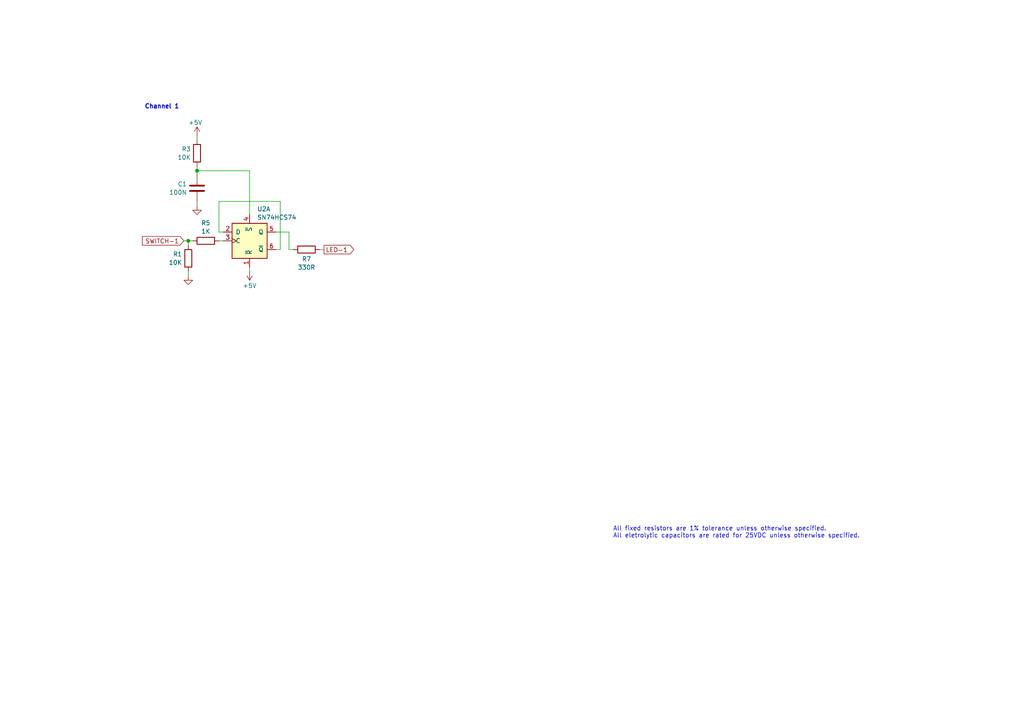
<source format=kicad_sch>
(kicad_sch (version 20230121) (generator eeschema)

  (uuid 4fe3cd02-8864-4b3e-a1a0-2dfa4d191ca2)

  (paper "A4")

  (title_block
    (title "Switches - Channels 1 & 2")
    (date "2023-10-19")
    (rev "1.0")
    (company "Len Popp")
    (comment 1 "Copyright © 2023 Len Popp CC BY")
    (comment 2 "Eurorack muting module module - 8HP")
  )

  (lib_symbols
    (symbol "-lmp-IC-misc:SN74HCS74" (pin_names (offset 1.016)) (in_bom yes) (on_board yes)
      (property "Reference" "U" (at -7.62 8.89 0)
        (effects (font (size 1.27 1.27)))
      )
      (property "Value" "SN74HCS74" (at -7.62 -8.89 0)
        (effects (font (size 1.27 1.27)))
      )
      (property "Footprint" "Package_SO:SOIC-14_3.9x8.7mm_P1.27mm" (at 0 0 0)
        (effects (font (size 1.27 1.27)) hide)
      )
      (property "Datasheet" "https://www.ti.com/lit/ds/symlink/sn74hcs74.pdf" (at 0 0 0)
        (effects (font (size 1.27 1.27)) hide)
      )
      (property "Manufacturer" "Texas Instruments" (at 0 0 0)
        (effects (font (size 1.27 1.27)) hide)
      )
      (property "ManufacturerPartNum" "SN74HCS74DR" (at 0 0 0)
        (effects (font (size 1.27 1.27)) hide)
      )
      (property "Distributor" "Mouser" (at 0 0 0)
        (effects (font (size 1.27 1.27)) hide)
      )
      (property "DistributorPartNum" "595-SN74HCS74DR" (at 0 0 0)
        (effects (font (size 1.27 1.27)) hide)
      )
      (property "DistributorPartLink" "https://www.mouser.ca/ProductDetail/Texas-Instruments/SN74HCS74DR?qs=TiOZkKH1s2QvGxo75w4r5Q%3D%3D" (at 0 0 0)
        (effects (font (size 1.27 1.27)) hide)
      )
      (property "ki_locked" "" (at 0 0 0)
        (effects (font (size 1.27 1.27)))
      )
      (property "ki_keywords" "CMOS D flip-flop schmitt" (at 0 0 0)
        (effects (font (size 1.27 1.27)) hide)
      )
      (property "ki_description" "CMOS Dual D Flip-flop, Set & Reset, Positive-edge Triggered, Schmitt-trigger Input" (at 0 0 0)
        (effects (font (size 1.27 1.27)) hide)
      )
      (property "ki_fp_filters" "Breakout*DIP*14*W15.24mm* SOIC*14*3.9*8.7*P1.27*" (at 0 0 0)
        (effects (font (size 1.27 1.27)) hide)
      )
      (symbol "SN74HCS74_1_0"
        (pin input line (at 0 -7.62 90) (length 2.54)
          (name "~{R}" (effects (font (size 1.27 1.27))))
          (number "1" (effects (font (size 1.27 1.27))))
        )
        (pin input line (at -7.62 2.54 0) (length 2.54)
          (name "D" (effects (font (size 1.27 1.27))))
          (number "2" (effects (font (size 1.27 1.27))))
        )
        (pin input clock (at -7.62 0 0) (length 2.54)
          (name "C" (effects (font (size 1.27 1.27))))
          (number "3" (effects (font (size 1.27 1.27))))
        )
        (pin input line (at 0 7.62 270) (length 2.54)
          (name "~{S}" (effects (font (size 1.27 1.27))))
          (number "4" (effects (font (size 1.27 1.27))))
        )
        (pin output line (at 7.62 2.54 180) (length 2.54)
          (name "Q" (effects (font (size 1.27 1.27))))
          (number "5" (effects (font (size 1.27 1.27))))
        )
        (pin output line (at 7.62 -2.54 180) (length 2.54)
          (name "~{Q}" (effects (font (size 1.27 1.27))))
          (number "6" (effects (font (size 1.27 1.27))))
        )
      )
      (symbol "SN74HCS74_1_1"
        (rectangle (start -5.08 5.08) (end 5.08 -5.08)
          (stroke (width 0.254) (type default))
          (fill (type background))
        )
      )
      (symbol "SN74HCS74_2_0"
        (pin input line (at 0 7.62 270) (length 2.54)
          (name "~{S}" (effects (font (size 1.27 1.27))))
          (number "10" (effects (font (size 1.27 1.27))))
        )
        (pin input clock (at -7.62 0 0) (length 2.54)
          (name "C" (effects (font (size 1.27 1.27))))
          (number "11" (effects (font (size 1.27 1.27))))
        )
        (pin input line (at -7.62 2.54 0) (length 2.54)
          (name "D" (effects (font (size 1.27 1.27))))
          (number "12" (effects (font (size 1.27 1.27))))
        )
        (pin input line (at 0 -7.62 90) (length 2.54)
          (name "~{R}" (effects (font (size 1.27 1.27))))
          (number "13" (effects (font (size 1.27 1.27))))
        )
        (pin output line (at 7.62 -2.54 180) (length 2.54)
          (name "~{Q}" (effects (font (size 1.27 1.27))))
          (number "8" (effects (font (size 1.27 1.27))))
        )
        (pin output line (at 7.62 2.54 180) (length 2.54)
          (name "Q" (effects (font (size 1.27 1.27))))
          (number "9" (effects (font (size 1.27 1.27))))
        )
      )
      (symbol "SN74HCS74_2_1"
        (rectangle (start -5.08 5.08) (end 5.08 -5.08)
          (stroke (width 0.254) (type default))
          (fill (type background))
        )
      )
      (symbol "SN74HCS74_3_1"
        (pin power_in line (at 0 7.62 270) (length 2.54)
          (name "VDD" (effects (font (size 1.27 1.27))))
          (number "14" (effects (font (size 1.27 1.27))))
        )
        (pin power_in line (at 0 -7.62 90) (length 2.54)
          (name "VSS" (effects (font (size 1.27 1.27))))
          (number "7" (effects (font (size 1.27 1.27))))
        )
      )
    )
    (symbol "-lmp-power:+5V" (power) (pin_names (offset 0)) (in_bom yes) (on_board yes)
      (property "Reference" "#PWR" (at 0 -3.81 0)
        (effects (font (size 1.27 1.27)) hide)
      )
      (property "Value" "+5V" (at 0 3.556 0)
        (effects (font (size 1.27 1.27)))
      )
      (property "Footprint" "" (at 0 0 0)
        (effects (font (size 1.27 1.27)) hide)
      )
      (property "Datasheet" "" (at 0 0 0)
        (effects (font (size 1.27 1.27)) hide)
      )
      (property "ki_keywords" "power-flag" (at 0 0 0)
        (effects (font (size 1.27 1.27)) hide)
      )
      (property "ki_description" "Power symbol creates a global label with name \"+5V\"" (at 0 0 0)
        (effects (font (size 1.27 1.27)) hide)
      )
      (symbol "+5V_0_1"
        (polyline
          (pts
            (xy -0.762 1.27)
            (xy 0 2.54)
          )
          (stroke (width 0) (type default))
          (fill (type none))
        )
        (polyline
          (pts
            (xy 0 0)
            (xy 0 2.54)
          )
          (stroke (width 0) (type default))
          (fill (type none))
        )
        (polyline
          (pts
            (xy 0 2.54)
            (xy 0.762 1.27)
          )
          (stroke (width 0) (type default))
          (fill (type none))
        )
      )
      (symbol "+5V_1_1"
        (pin power_in line (at 0 0 90) (length 0) hide
          (name "+5V" (effects (font (size 1.27 1.27))))
          (number "1" (effects (font (size 1.27 1.27))))
        )
      )
    )
    (symbol "-lmp-synth:R_1K_Output" (pin_numbers hide) (pin_names (offset 0)) (in_bom yes) (on_board yes)
      (property "Reference" "R" (at -2.286 0 90)
        (effects (font (size 1.27 1.27)))
      )
      (property "Value" "R_1K_Output" (at 2.413 0 90)
        (effects (font (size 1.27 1.27)))
      )
      (property "Footprint" "-lmp-misc:R_Axial_DIN0207_L6.3mm_D2.5mm_P10.16mm_Horizontal" (at -1.778 0 90)
        (effects (font (size 1.27 1.27)) hide)
      )
      (property "Datasheet" "https://www.mouser.ca/datasheet/2/427/ccf07-1762725.pdf" (at 0 0 0)
        (effects (font (size 1.27 1.27)) hide)
      )
      (property "Value2" "5%, 1/4 W" (at 4.445 0 90)
        (effects (font (size 1.27 1.27)))
      )
      (property "Note" "Output limiting" (at -1.905 -1.905 90)
        (effects (font (size 1.27 1.27)) hide)
      )
      (property "Manufacturer" "Vishay / Dale" (at 0 0 0)
        (effects (font (size 1.27 1.27)) hide)
      )
      (property "ManufacturerPartNum" "CCF071K00JKE36" (at 0 0 0)
        (effects (font (size 1.27 1.27)) hide)
      )
      (property "Distributor" "Mouser" (at -1.905 0 90)
        (effects (font (size 1.27 1.27)) hide)
      )
      (property "DistributorPartNum" "71-CCF071K00JKE36" (at 0 0 0)
        (effects (font (size 1.27 1.27)) hide)
      )
      (property "DistributorPartLink" "https://www.mouser.ca/ProductDetail/Vishay-Dale/CCF071K00JKE36?qs=sGAEpiMZZMsPqMdJzcrNwqw41JD0NFylHV1MADcQnpo%3D" (at 0 0 0)
        (effects (font (size 1.27 1.27)) hide)
      )
      (property "ki_keywords" "R res resistor" (at 0 0 0)
        (effects (font (size 1.27 1.27)) hide)
      )
      (property "ki_description" "Resistor" (at 0 0 0)
        (effects (font (size 1.27 1.27)) hide)
      )
      (property "ki_fp_filters" "R_*" (at 0 0 0)
        (effects (font (size 1.27 1.27)) hide)
      )
      (symbol "R_1K_Output_0_1"
        (rectangle (start -1.016 -2.54) (end 1.016 2.54)
          (stroke (width 0.254) (type default))
          (fill (type none))
        )
      )
      (symbol "R_1K_Output_1_1"
        (pin passive line (at 0 3.81 270) (length 1.27)
          (name "~" (effects (font (size 1.27 1.27))))
          (number "1" (effects (font (size 1.27 1.27))))
        )
        (pin passive line (at 0 -3.81 90) (length 1.27)
          (name "~" (effects (font (size 1.27 1.27))))
          (number "2" (effects (font (size 1.27 1.27))))
        )
      )
    )
    (symbol "-lmp:CC_100N" (pin_numbers hide) (pin_names (offset 0.254)) (in_bom yes) (on_board yes)
      (property "Reference" "C" (at 0.635 2.54 0)
        (effects (font (size 1.27 1.27)) (justify left))
      )
      (property "Value" "CC_100N" (at 0.635 -2.54 0)
        (effects (font (size 1.27 1.27)) (justify left))
      )
      (property "Footprint" "-lmp-misc:C_Disc_D5.0mm_W2.5mm_P2.50mm" (at 0.9652 -3.81 0)
        (effects (font (size 1.27 1.27)) hide)
      )
      (property "Datasheet" "https://product.tdk.com/system/files/dam/doc/product/capacitor/ceramic/lead-mlcc/catalog/leadmlcc_halogenfree_fg_en.pdf" (at -0.635 -3.81 0)
        (effects (font (size 1.27 1.27)) hide)
      )
      (property "Note" "IC decoupling" (at 0.635 -5.08 0)
        (effects (font (size 1.27 1.27)) (justify left) hide)
      )
      (property "Manufacturer" "TDK" (at 0 0 0)
        (effects (font (size 1.27 1.27)) hide)
      )
      (property "ManufacturerPartNum" "FG18X7R1H104KNT06" (at 0 0 0)
        (effects (font (size 1.27 1.27)) hide)
      )
      (property "Distributor" "Mouser" (at 0 0 0)
        (effects (font (size 1.27 1.27)) hide)
      )
      (property "DistributorPartNum" "810-FG18X7R1H104KNT6" (at 0 0 0)
        (effects (font (size 1.27 1.27)) hide)
      )
      (property "DistributorPartLink" "https://www.mouser.ca/ProductDetail/810-FG18X7R1H104KNT6" (at 0 0 0)
        (effects (font (size 1.27 1.27)) hide)
      )
      (property "ki_keywords" "cap capacitor ceramic" (at 0 0 0)
        (effects (font (size 1.27 1.27)) hide)
      )
      (property "ki_description" "Capacitor - Ceramic - IC decoupling" (at 0 0 0)
        (effects (font (size 1.27 1.27)) hide)
      )
      (property "ki_fp_filters" "C_*" (at 0 0 0)
        (effects (font (size 1.27 1.27)) hide)
      )
      (symbol "CC_100N_0_1"
        (polyline
          (pts
            (xy -2.032 -0.762)
            (xy 2.032 -0.762)
          )
          (stroke (width 0.508) (type default))
          (fill (type none))
        )
        (polyline
          (pts
            (xy -2.032 0.762)
            (xy 2.032 0.762)
          )
          (stroke (width 0.508) (type default))
          (fill (type none))
        )
      )
      (symbol "CC_100N_1_1"
        (pin passive line (at 0 3.81 270) (length 2.794)
          (name "~" (effects (font (size 1.27 1.27))))
          (number "1" (effects (font (size 1.27 1.27))))
        )
        (pin passive line (at 0 -3.81 90) (length 2.794)
          (name "~" (effects (font (size 1.27 1.27))))
          (number "2" (effects (font (size 1.27 1.27))))
        )
      )
    )
    (symbol "-lmp:R_1%_0W166" (pin_numbers hide) (pin_names (offset 0)) (in_bom yes) (on_board yes)
      (property "Reference" "R" (at -2.286 0 90)
        (effects (font (size 1.27 1.27)))
      )
      (property "Value" "R_1%_0W166" (at 2.413 0 90)
        (effects (font (size 1.27 1.27)))
      )
      (property "Footprint" "-lmp-misc:R_Axial_DIN0207_L6.3mm_D2.5mm_P7.62mm_Horizontal" (at -1.778 0 90)
        (effects (font (size 1.27 1.27)) hide)
      )
      (property "Datasheet" "https://www.mouser.ca/datasheet/2/447/Yageo_LR_MFR_1-1714151.pdf" (at 0 0 0)
        (effects (font (size 1.27 1.27)) hide)
      )
      (property "Manufacturer" "YAGEO" (at 0 0 0)
        (effects (font (size 1.27 1.27)) hide)
      )
      (property "ManufacturerPartNum" "MFR-12*" (at 0 0 0)
        (effects (font (size 1.27 1.27)) hide)
      )
      (property "Distributor" "Mouser" (at 0 0 0)
        (effects (font (size 1.27 1.27)) hide)
      )
      (property "DistributorPartNum" "603-MFR-12*" (at 0 0 0)
        (effects (font (size 1.27 1.27)) hide)
      )
      (property "DistributorPartLink" "https://www.mouser.ca/c/?m=YAGEO&power+rating=166+mW+(1%2f6+W)&tolerance=1+%25&instock=y" (at 0 0 0)
        (effects (font (size 1.27 1.27)) hide)
      )
      (property "Value2" "1%, 1/6 W" (at 4.953 0 90)
        (effects (font (size 1.27 1.27)) hide)
      )
      (property "ki_keywords" "R res resistor" (at 0 0 0)
        (effects (font (size 1.27 1.27)) hide)
      )
      (property "ki_description" "Resistor" (at 0 0 0)
        (effects (font (size 1.27 1.27)) hide)
      )
      (property "ki_fp_filters" "R_*" (at 0 0 0)
        (effects (font (size 1.27 1.27)) hide)
      )
      (symbol "R_1%_0W166_0_1"
        (rectangle (start -1.016 -2.54) (end 1.016 2.54)
          (stroke (width 0.254) (type default))
          (fill (type none))
        )
      )
      (symbol "R_1%_0W166_1_1"
        (pin passive line (at 0 3.81 270) (length 1.27)
          (name "~" (effects (font (size 1.27 1.27))))
          (number "1" (effects (font (size 1.27 1.27))))
        )
        (pin passive line (at 0 -3.81 90) (length 1.27)
          (name "~" (effects (font (size 1.27 1.27))))
          (number "2" (effects (font (size 1.27 1.27))))
        )
      )
    )
    (symbol "GND_1" (power) (pin_numbers hide) (pin_names (offset 0) hide) (in_bom yes) (on_board yes)
      (property "Reference" "#PWR" (at 0 -6.35 0)
        (effects (font (size 1.27 1.27)) hide)
      )
      (property "Value" "GND_1" (at 0 -3.81 0)
        (effects (font (size 1.27 1.27)) hide)
      )
      (property "Footprint" "" (at 0 0 0)
        (effects (font (size 1.27 1.27)) hide)
      )
      (property "Datasheet" "" (at 0 0 0)
        (effects (font (size 1.27 1.27)) hide)
      )
      (property "ki_keywords" "power-flag" (at 0 0 0)
        (effects (font (size 1.27 1.27)) hide)
      )
      (property "ki_description" "Power symbol creates a global label with name \"GND\" , ground" (at 0 0 0)
        (effects (font (size 1.27 1.27)) hide)
      )
      (symbol "GND_1_0_1"
        (polyline
          (pts
            (xy 0 0)
            (xy 0 -1.27)
            (xy 1.27 -1.27)
            (xy 0 -2.54)
            (xy -1.27 -1.27)
            (xy 0 -1.27)
          )
          (stroke (width 0) (type default))
          (fill (type none))
        )
      )
      (symbol "GND_1_1_1"
        (pin power_in line (at 0 0 270) (length 0) hide
          (name "GND" (effects (font (size 1.27 1.27))))
          (number "1" (effects (font (size 1.27 1.27))))
        )
      )
    )
    (symbol "GND_2" (power) (pin_numbers hide) (pin_names (offset 0) hide) (in_bom yes) (on_board yes)
      (property "Reference" "#PWR" (at 0 -6.35 0)
        (effects (font (size 1.27 1.27)) hide)
      )
      (property "Value" "GND_2" (at 0 -3.81 0)
        (effects (font (size 1.27 1.27)) hide)
      )
      (property "Footprint" "" (at 0 0 0)
        (effects (font (size 1.27 1.27)) hide)
      )
      (property "Datasheet" "" (at 0 0 0)
        (effects (font (size 1.27 1.27)) hide)
      )
      (property "ki_keywords" "power-flag" (at 0 0 0)
        (effects (font (size 1.27 1.27)) hide)
      )
      (property "ki_description" "Power symbol creates a global label with name \"GND\" , ground" (at 0 0 0)
        (effects (font (size 1.27 1.27)) hide)
      )
      (symbol "GND_2_0_1"
        (polyline
          (pts
            (xy 0 0)
            (xy 0 -1.27)
            (xy 1.27 -1.27)
            (xy 0 -2.54)
            (xy -1.27 -1.27)
            (xy 0 -1.27)
          )
          (stroke (width 0) (type default))
          (fill (type none))
        )
      )
      (symbol "GND_2_1_1"
        (pin power_in line (at 0 0 270) (length 0) hide
          (name "GND" (effects (font (size 1.27 1.27))))
          (number "1" (effects (font (size 1.27 1.27))))
        )
      )
    )
  )

  (junction (at 57.15 49.53) (diameter 0) (color 0 0 0 0)
    (uuid 0d596d5a-2a68-4d63-99f0-1ae2218eaa8f)
  )
  (junction (at 54.61 69.85) (diameter 0) (color 0 0 0 0)
    (uuid ca435dca-eaf2-42eb-aeac-e5019a729075)
  )

  (wire (pts (xy 53.34 69.85) (xy 54.61 69.85))
    (stroke (width 0) (type default))
    (uuid 007d90f7-39ab-4698-b232-53773952ce93)
  )
  (wire (pts (xy 72.39 49.53) (xy 72.39 62.23))
    (stroke (width 0) (type default))
    (uuid 29c5f630-1bf8-4475-84cb-5346dd58e33d)
  )
  (wire (pts (xy 72.39 77.47) (xy 72.39 78.74))
    (stroke (width 0) (type default))
    (uuid 3883cff1-1d19-49bd-9d98-aea7a098655c)
  )
  (wire (pts (xy 54.61 78.74) (xy 54.61 80.01))
    (stroke (width 0) (type default))
    (uuid 4dd646a9-a47b-49d8-bf0d-b8f622e6f0c3)
  )
  (wire (pts (xy 80.01 67.31) (xy 83.82 67.31))
    (stroke (width 0) (type default))
    (uuid 54107e4a-258c-4afd-bd4e-debb748d4405)
  )
  (wire (pts (xy 83.82 67.31) (xy 83.82 72.39))
    (stroke (width 0) (type default))
    (uuid 5434d771-2c08-44e1-b4ae-2f8ab4ff0f87)
  )
  (wire (pts (xy 57.15 39.37) (xy 57.15 40.64))
    (stroke (width 0) (type default))
    (uuid 5ad04ac0-17b6-4637-b384-84e58a3d5e7c)
  )
  (wire (pts (xy 63.5 69.85) (xy 64.77 69.85))
    (stroke (width 0) (type default))
    (uuid 66dad763-de7c-4f2a-a0e1-5ed56620949c)
  )
  (wire (pts (xy 63.5 67.31) (xy 64.77 67.31))
    (stroke (width 0) (type default))
    (uuid 6cbd3a7f-2063-4e51-8173-706712807d81)
  )
  (wire (pts (xy 54.61 69.85) (xy 54.61 71.12))
    (stroke (width 0) (type default))
    (uuid 7ab7d69d-06dc-415f-8f47-9e27fc85e7c3)
  )
  (wire (pts (xy 92.71 72.39) (xy 93.98 72.39))
    (stroke (width 0) (type default))
    (uuid 7ee6e217-67d6-4aa8-8ea1-1a834d4441f2)
  )
  (wire (pts (xy 80.01 72.39) (xy 81.28 72.39))
    (stroke (width 0) (type default))
    (uuid 8555b401-be8d-497c-b861-09c1c1864856)
  )
  (wire (pts (xy 57.15 48.26) (xy 57.15 49.53))
    (stroke (width 0) (type default))
    (uuid 961cef18-eecf-43ee-abe7-c84a83000832)
  )
  (wire (pts (xy 81.28 58.42) (xy 63.5 58.42))
    (stroke (width 0) (type default))
    (uuid 998cafe0-aa98-4fbc-8616-8e12ba083593)
  )
  (wire (pts (xy 57.15 58.42) (xy 57.15 59.69))
    (stroke (width 0) (type default))
    (uuid 9c299b61-ae07-4a78-8016-b7a9c387b68a)
  )
  (wire (pts (xy 57.15 49.53) (xy 57.15 50.8))
    (stroke (width 0) (type default))
    (uuid ad963b1b-3ed8-478a-a70a-bd50ce2526b8)
  )
  (wire (pts (xy 81.28 72.39) (xy 81.28 58.42))
    (stroke (width 0) (type default))
    (uuid c0b70f16-192e-4384-90b1-3e39fb57bf86)
  )
  (wire (pts (xy 57.15 49.53) (xy 72.39 49.53))
    (stroke (width 0) (type default))
    (uuid c4573e5a-6719-472e-9d1b-975474e0cb92)
  )
  (wire (pts (xy 54.61 69.85) (xy 55.88 69.85))
    (stroke (width 0) (type default))
    (uuid d71d3374-b3f0-4289-80eb-3e14cd0dce1f)
  )
  (wire (pts (xy 83.82 72.39) (xy 85.09 72.39))
    (stroke (width 0) (type default))
    (uuid ef2dabd6-f892-46b4-b017-6d2341f7125a)
  )
  (wire (pts (xy 63.5 58.42) (xy 63.5 67.31))
    (stroke (width 0) (type default))
    (uuid fdc5911d-59c5-4222-8dfc-4dfb9c005fa2)
  )

  (text "All fixed resistors are 1% tolerance unless otherwise specified.\nAll eletrolytic capacitors are rated for 25VDC unless otherwise specified."
    (at 177.8 156.21 0)
    (effects (font (size 1.27 1.27)) (justify left bottom))
    (uuid 160cb44e-5e81-454b-9642-f95193231b95)
  )
  (text "Channels 3 & 4" (at 304.8 21.59 0)
    (effects (font (size 2.54 2.54) (thickness 0.508) bold) (justify left bottom))
    (uuid 480975f7-021b-467b-8f8e-ae43ef90ca1a)
  )
  (text "Channel 1" (at 41.91 31.75 0)
    (effects (font (size 1.27 1.27) (thickness 0.254) bold) (justify left bottom))
    (uuid dd08cf63-80f1-4a88-b3ea-950c9bf1164b)
  )
  (text "Front Panel & Power" (at 304.8 64.77 0)
    (effects (font (size 2.54 2.54) (thickness 0.508) bold) (justify left bottom))
    (uuid e15d097a-4761-479a-be84-b8e07d19b4c7)
  )

  (global_label "SWITCH-1" (shape input) (at 53.34 69.85 180) (fields_autoplaced)
    (effects (font (size 1.27 1.27)) (justify right))
    (uuid 0179371b-b7a1-4679-b3bc-5e97cb127372)
    (property "Intersheetrefs" "${INTERSHEET_REFS}" (at 41.3933 69.85 0)
      (effects (font (size 1.27 1.27)) (justify right) hide)
    )
  )
  (global_label "LED-1" (shape output) (at 93.98 72.39 0) (fields_autoplaced)
    (effects (font (size 1.27 1.27)) (justify left))
    (uuid 8c1f2894-fd63-40e9-afee-58b4caeef21b)
    (property "Intersheetrefs" "${INTERSHEET_REFS}" (at 102.54 72.39 0)
      (effects (font (size 1.27 1.27)) (justify left) hide)
    )
  )

  (symbol (lib_id "-lmp-synth:R_1K_Output") (at 88.9 72.39 90) (mirror x) (unit 1)
    (in_bom yes) (on_board yes) (dnp no) (fields_autoplaced)
    (uuid 4b6b6553-ab31-44d4-991b-7a1fb601fa78)
    (property "Reference" "R7" (at 88.9 75.1261 90)
      (effects (font (size 1.27 1.27)))
    )
    (property "Value" "330R" (at 88.9 77.5503 90)
      (effects (font (size 1.27 1.27)))
    )
    (property "Footprint" "-lmp-misc:R_Axial_DIN0207_L6.3mm_D2.5mm_P7.62mm_Horizontal" (at 88.9 70.612 90)
      (effects (font (size 1.27 1.27)) hide)
    )
    (property "Datasheet" "https://www.mouser.ca/datasheet/2/427/ccf07-1762725.pdf" (at 88.9 72.39 0)
      (effects (font (size 1.27 1.27)) hide)
    )
    (property "Value2" "5%, 1/4 W" (at 88.9 75.1261 90)
      (effects (font (size 1.27 1.27)) hide)
    )
    (property "Manufacturer" "YAGEO" (at 88.9 72.39 0)
      (effects (font (size 1.27 1.27)) hide)
    )
    (property "ManufacturerPartNum" "MFR-12FTF52-330R" (at 88.9 72.39 0)
      (effects (font (size 1.27 1.27)) hide)
    )
    (property "Distributor" "Mouser" (at 88.9 70.485 90)
      (effects (font (size 1.27 1.27)) hide)
    )
    (property "DistributorPartNum" "603-MFR-12FTF52-330R" (at 88.9 72.39 0)
      (effects (font (size 1.27 1.27)) hide)
    )
    (property "DistributorPartLink" "https://www.mouser.ca/ProductDetail/603-MFR-12FTF52-330R" (at 88.9 72.39 0)
      (effects (font (size 1.27 1.27)) hide)
    )
    (pin "1" (uuid 69b011b5-17f8-4b67-8b36-34be3f101fa4))
    (pin "2" (uuid c2e90722-53f3-4de5-990e-ffc01b817272))
    (instances
      (project "Switches"
        (path "/4fe3cd02-8864-4b3e-a1a0-2dfa4d191ca2"
          (reference "R7") (unit 1)
        )
      )
      (project "prototype"
        (path "/a1a9a0d8-c6de-418f-9a57-bf7f74b6d401"
          (reference "R12") (unit 1)
        )
      )
    )
  )

  (symbol (lib_id "-lmp-power:+5V") (at 72.39 78.74 180) (unit 1)
    (in_bom yes) (on_board yes) (dnp no) (fields_autoplaced)
    (uuid 5242f513-7ca4-46ae-a1e1-4525e5fa8e70)
    (property "Reference" "#PWR07" (at 72.39 74.93 0)
      (effects (font (size 1.27 1.27)) hide)
    )
    (property "Value" "+5V" (at 72.39 82.8731 0)
      (effects (font (size 1.27 1.27)))
    )
    (property "Footprint" "" (at 72.39 78.74 0)
      (effects (font (size 1.27 1.27)) hide)
    )
    (property "Datasheet" "" (at 72.39 78.74 0)
      (effects (font (size 1.27 1.27)) hide)
    )
    (pin "1" (uuid 2020c133-1447-41b4-b5cb-06ef56de7b6e))
    (instances
      (project "Switches"
        (path "/4fe3cd02-8864-4b3e-a1a0-2dfa4d191ca2"
          (reference "#PWR07") (unit 1)
        )
      )
      (project "prototype"
        (path "/a1a9a0d8-c6de-418f-9a57-bf7f74b6d401"
          (reference "#PWR018") (unit 1)
        )
      )
    )
  )

  (symbol (lib_id "-lmp:R_1%_0W166") (at 57.15 44.45 0) (unit 1)
    (in_bom yes) (on_board yes) (dnp no) (fields_autoplaced)
    (uuid 5fd9b721-a005-4ff8-bb76-b8ad073215d9)
    (property "Reference" "R3" (at 55.372 43.2379 0)
      (effects (font (size 1.27 1.27)) (justify right))
    )
    (property "Value" "10K" (at 55.372 45.6621 0)
      (effects (font (size 1.27 1.27)) (justify right))
    )
    (property "Footprint" "-lmp-misc:R_Axial_DIN0207_L6.3mm_D2.5mm_P7.62mm_Horizontal" (at 55.372 44.45 90)
      (effects (font (size 1.27 1.27)) hide)
    )
    (property "Datasheet" "https://www.mouser.ca/datasheet/2/447/Yageo_LR_MFR_1-1714151.pdf" (at 57.15 44.45 0)
      (effects (font (size 1.27 1.27)) hide)
    )
    (property "Manufacturer" "YAGEO" (at 57.15 44.45 0)
      (effects (font (size 1.27 1.27)) hide)
    )
    (property "ManufacturerPartNum" "MFR-12FTF52-10K" (at 57.15 44.45 0)
      (effects (font (size 1.27 1.27)) hide)
    )
    (property "Distributor" "Mouser" (at 57.15 44.45 0)
      (effects (font (size 1.27 1.27)) hide)
    )
    (property "DistributorPartNum" "603-MFR-12FTF52-10K" (at 57.15 44.45 0)
      (effects (font (size 1.27 1.27)) hide)
    )
    (property "DistributorPartLink" "https://www.mouser.ca/ProductDetail/YAGEO/MFR-12FTF52-10K?qs=sGAEpiMZZMsPqMdJzcrNwiweiCzxKzWL%2Fd0Jf4ZDQjA%3D" (at 57.15 44.45 0)
      (effects (font (size 1.27 1.27)) hide)
    )
    (property "Value2" "1%, 1/6 W" (at 62.103 44.45 90)
      (effects (font (size 1.27 1.27)) hide)
    )
    (pin "1" (uuid e4f05cf6-c554-4189-a6dc-1092a52eaa74))
    (pin "2" (uuid f56d6516-6aa7-4c5c-ad1f-6f8eb99d2b6b))
    (instances
      (project "Switches"
        (path "/4fe3cd02-8864-4b3e-a1a0-2dfa4d191ca2"
          (reference "R3") (unit 1)
        )
      )
      (project "prototype"
        (path "/a1a9a0d8-c6de-418f-9a57-bf7f74b6d401"
          (reference "R11") (unit 1)
        )
      )
    )
  )

  (symbol (lib_id "-lmp:R_1%_0W166") (at 59.69 69.85 90) (unit 1)
    (in_bom yes) (on_board yes) (dnp no) (fields_autoplaced)
    (uuid 960dce35-c5ff-49cd-b8fe-06282d4d29d9)
    (property "Reference" "R5" (at 59.69 64.6897 90)
      (effects (font (size 1.27 1.27)))
    )
    (property "Value" "1K" (at 59.69 67.1139 90)
      (effects (font (size 1.27 1.27)))
    )
    (property "Footprint" "-lmp-misc:R_Axial_DIN0207_L6.3mm_D2.5mm_P7.62mm_Horizontal" (at 59.69 71.628 90)
      (effects (font (size 1.27 1.27)) hide)
    )
    (property "Datasheet" "https://www.mouser.ca/datasheet/2/447/Yageo_LR_MFR_1-1714151.pdf" (at 59.69 69.85 0)
      (effects (font (size 1.27 1.27)) hide)
    )
    (property "Manufacturer" "YAGEO" (at 59.69 69.85 0)
      (effects (font (size 1.27 1.27)) hide)
    )
    (property "ManufacturerPartNum" "MFR-12FTF52-1K" (at 59.69 69.85 0)
      (effects (font (size 1.27 1.27)) hide)
    )
    (property "Distributor" "Mouser" (at 59.69 69.85 0)
      (effects (font (size 1.27 1.27)) hide)
    )
    (property "DistributorPartNum" "603-MFR-12FTF52-1K" (at 59.69 69.85 0)
      (effects (font (size 1.27 1.27)) hide)
    )
    (property "DistributorPartLink" "https://www.mouser.ca/ProductDetail/YAGEO/MFR-12FTF52-1K?qs=sGAEpiMZZMsPqMdJzcrNwiweiCzxKzWLdWnxGD01wS0%3D" (at 59.69 69.85 0)
      (effects (font (size 1.27 1.27)) hide)
    )
    (property "Value2" "1%, 1/6 W" (at 59.69 64.897 90)
      (effects (font (size 1.27 1.27)) hide)
    )
    (pin "1" (uuid 69187336-2b49-44a0-b4b6-bcffff6a5133))
    (pin "2" (uuid 96706b19-71cf-49a1-b71f-cbcd610805c6))
    (instances
      (project "Switches"
        (path "/4fe3cd02-8864-4b3e-a1a0-2dfa4d191ca2"
          (reference "R5") (unit 1)
        )
      )
      (project "prototype"
        (path "/a1a9a0d8-c6de-418f-9a57-bf7f74b6d401"
          (reference "R10") (unit 1)
        )
      )
    )
  )

  (symbol (lib_name "GND_1") (lib_id "-lmp-power:GND") (at 57.15 59.69 0) (unit 1)
    (in_bom yes) (on_board yes) (dnp no) (fields_autoplaced)
    (uuid 967153dc-2109-4953-83a6-4206d870acdd)
    (property "Reference" "#PWR04" (at 57.15 66.04 0)
      (effects (font (size 1.27 1.27)) hide)
    )
    (property "Value" "GND" (at 57.15 63.5 0)
      (effects (font (size 1.27 1.27)) hide)
    )
    (property "Footprint" "" (at 57.15 59.69 0)
      (effects (font (size 1.27 1.27)) hide)
    )
    (property "Datasheet" "" (at 57.15 59.69 0)
      (effects (font (size 1.27 1.27)) hide)
    )
    (pin "1" (uuid bb1fac90-e88e-47a6-bd2e-d8d76d78e1e5))
    (instances
      (project "Switches"
        (path "/4fe3cd02-8864-4b3e-a1a0-2dfa4d191ca2"
          (reference "#PWR04") (unit 1)
        )
      )
      (project "prototype"
        (path "/a1a9a0d8-c6de-418f-9a57-bf7f74b6d401"
          (reference "#PWR020") (unit 1)
        )
      )
    )
  )

  (symbol (lib_name "GND_2") (lib_id "-lmp-power:GND") (at 54.61 80.01 0) (unit 1)
    (in_bom yes) (on_board yes) (dnp no) (fields_autoplaced)
    (uuid 9cdd7f4c-5578-4069-b741-710c0eb36751)
    (property "Reference" "#PWR01" (at 54.61 86.36 0)
      (effects (font (size 1.27 1.27)) hide)
    )
    (property "Value" "GND" (at 54.61 83.82 0)
      (effects (font (size 1.27 1.27)) hide)
    )
    (property "Footprint" "" (at 54.61 80.01 0)
      (effects (font (size 1.27 1.27)) hide)
    )
    (property "Datasheet" "" (at 54.61 80.01 0)
      (effects (font (size 1.27 1.27)) hide)
    )
    (pin "1" (uuid faa877f2-30ed-4627-b468-4e0250354a74))
    (instances
      (project "Switches"
        (path "/4fe3cd02-8864-4b3e-a1a0-2dfa4d191ca2"
          (reference "#PWR01") (unit 1)
        )
      )
      (project "prototype"
        (path "/a1a9a0d8-c6de-418f-9a57-bf7f74b6d401"
          (reference "#PWR017") (unit 1)
        )
      )
    )
  )

  (symbol (lib_id "-lmp:R_1%_0W166") (at 54.61 74.93 0) (unit 1)
    (in_bom yes) (on_board yes) (dnp no) (fields_autoplaced)
    (uuid a5189035-949e-45d9-8502-284975ae199b)
    (property "Reference" "R1" (at 52.832 73.7179 0)
      (effects (font (size 1.27 1.27)) (justify right))
    )
    (property "Value" "10K" (at 52.832 76.1421 0)
      (effects (font (size 1.27 1.27)) (justify right))
    )
    (property "Footprint" "-lmp-misc:R_Axial_DIN0207_L6.3mm_D2.5mm_P7.62mm_Horizontal" (at 52.832 74.93 90)
      (effects (font (size 1.27 1.27)) hide)
    )
    (property "Datasheet" "https://www.mouser.ca/datasheet/2/447/Yageo_LR_MFR_1-1714151.pdf" (at 54.61 74.93 0)
      (effects (font (size 1.27 1.27)) hide)
    )
    (property "Manufacturer" "YAGEO" (at 54.61 74.93 0)
      (effects (font (size 1.27 1.27)) hide)
    )
    (property "ManufacturerPartNum" "MFR-12FTF52-10K" (at 54.61 74.93 0)
      (effects (font (size 1.27 1.27)) hide)
    )
    (property "Distributor" "Mouser" (at 54.61 74.93 0)
      (effects (font (size 1.27 1.27)) hide)
    )
    (property "DistributorPartNum" "603-MFR-12FTF52-10K" (at 54.61 74.93 0)
      (effects (font (size 1.27 1.27)) hide)
    )
    (property "DistributorPartLink" "https://www.mouser.ca/ProductDetail/YAGEO/MFR-12FTF52-10K?qs=sGAEpiMZZMsPqMdJzcrNwiweiCzxKzWL%2Fd0Jf4ZDQjA%3D" (at 54.61 74.93 0)
      (effects (font (size 1.27 1.27)) hide)
    )
    (property "Value2" "1%, 1/6 W" (at 59.563 74.93 90)
      (effects (font (size 1.27 1.27)) hide)
    )
    (pin "1" (uuid 21a66a96-f79e-44b6-a25f-004bea6b4836))
    (pin "2" (uuid 89f3af89-45d8-449d-a78b-9e4fa4fb80cc))
    (instances
      (project "Switches"
        (path "/4fe3cd02-8864-4b3e-a1a0-2dfa4d191ca2"
          (reference "R1") (unit 1)
        )
      )
      (project "prototype"
        (path "/a1a9a0d8-c6de-418f-9a57-bf7f74b6d401"
          (reference "R9") (unit 1)
        )
      )
    )
  )

  (symbol (lib_id "-lmp-power:+5V") (at 57.15 39.37 0) (unit 1)
    (in_bom yes) (on_board yes) (dnp no)
    (uuid bc2e61b2-7199-4882-8e07-79ccdc149687)
    (property "Reference" "#PWR03" (at 57.15 43.18 0)
      (effects (font (size 1.27 1.27)) hide)
    )
    (property "Value" "+5V" (at 54.61 35.56 0)
      (effects (font (size 1.27 1.27)) (justify left))
    )
    (property "Footprint" "" (at 57.15 39.37 0)
      (effects (font (size 1.27 1.27)) hide)
    )
    (property "Datasheet" "" (at 57.15 39.37 0)
      (effects (font (size 1.27 1.27)) hide)
    )
    (pin "1" (uuid a294a333-3efd-4cb2-8cc7-01847850979c))
    (instances
      (project "Switches"
        (path "/4fe3cd02-8864-4b3e-a1a0-2dfa4d191ca2"
          (reference "#PWR03") (unit 1)
        )
      )
      (project "prototype"
        (path "/a1a9a0d8-c6de-418f-9a57-bf7f74b6d401"
          (reference "#PWR019") (unit 1)
        )
      )
    )
  )

  (symbol (lib_id "-lmp:CC_100N") (at 57.15 54.61 0) (unit 1)
    (in_bom yes) (on_board yes) (dnp no) (fields_autoplaced)
    (uuid f563c90a-d984-48d4-b84f-1be035cbb821)
    (property "Reference" "C1" (at 54.229 53.3979 0)
      (effects (font (size 1.27 1.27)) (justify right))
    )
    (property "Value" "100N" (at 54.229 55.8221 0)
      (effects (font (size 1.27 1.27)) (justify right))
    )
    (property "Footprint" "-lmp-misc:C_Disc_D5.0mm_W2.5mm_P2.50mm" (at 58.1152 58.42 0)
      (effects (font (size 1.27 1.27)) hide)
    )
    (property "Datasheet" "https://product.tdk.com/system/files/dam/doc/product/capacitor/ceramic/lead-mlcc/catalog/leadmlcc_halogenfree_fg_en.pdf" (at 56.515 58.42 0)
      (effects (font (size 1.27 1.27)) hide)
    )
    (property "Note" "IC decoupling" (at 57.785 59.69 0)
      (effects (font (size 1.27 1.27)) (justify left) hide)
    )
    (property "Manufacturer" "TDK" (at 57.15 54.61 0)
      (effects (font (size 1.27 1.27)) hide)
    )
    (property "ManufacturerPartNum" "FG18X7R1H104KNT06" (at 57.15 54.61 0)
      (effects (font (size 1.27 1.27)) hide)
    )
    (property "Distributor" "Mouser" (at 57.15 54.61 0)
      (effects (font (size 1.27 1.27)) hide)
    )
    (property "DistributorPartNum" "810-FG18X7R1H104KNT6" (at 57.15 54.61 0)
      (effects (font (size 1.27 1.27)) hide)
    )
    (property "DistributorPartLink" "https://www.mouser.ca/ProductDetail/810-FG18X7R1H104KNT6" (at 57.15 54.61 0)
      (effects (font (size 1.27 1.27)) hide)
    )
    (pin "1" (uuid 0e04ab4b-1bcb-4436-8e0c-437cff6bbc26))
    (pin "2" (uuid 40a77bc8-c562-43f8-b4c1-6169bd4606eb))
    (instances
      (project "Switches"
        (path "/4fe3cd02-8864-4b3e-a1a0-2dfa4d191ca2"
          (reference "C1") (unit 1)
        )
      )
      (project "prototype"
        (path "/a1a9a0d8-c6de-418f-9a57-bf7f74b6d401"
          (reference "C3") (unit 1)
        )
      )
    )
  )

  (symbol (lib_id "-lmp-IC-misc:SN74HCS74") (at 72.39 69.85 0) (unit 1)
    (in_bom yes) (on_board yes) (dnp no) (fields_autoplaced)
    (uuid f67a6f77-8f04-4a2f-9050-5d41950bb04d)
    (property "Reference" "U2" (at 74.5841 60.6257 0)
      (effects (font (size 1.27 1.27)) (justify left))
    )
    (property "Value" "SN74HCS74" (at 74.5841 63.0499 0)
      (effects (font (size 1.27 1.27)) (justify left))
    )
    (property "Footprint" "Package_SO:SOIC-14_3.9x8.7mm_P1.27mm" (at 72.39 69.85 0)
      (effects (font (size 1.27 1.27)) hide)
    )
    (property "Datasheet" "https://www.ti.com/lit/ds/symlink/sn74hcs74.pdf" (at 72.39 69.85 0)
      (effects (font (size 1.27 1.27)) hide)
    )
    (property "Manufacturer" "Texas Instruments" (at 72.39 69.85 0)
      (effects (font (size 1.27 1.27)) hide)
    )
    (property "ManufacturerPartNum" "SN74HCS74DR" (at 72.39 69.85 0)
      (effects (font (size 1.27 1.27)) hide)
    )
    (property "Distributor" "Mouser" (at 72.39 69.85 0)
      (effects (font (size 1.27 1.27)) hide)
    )
    (property "DistributorPartNum" "595-SN74HCS74DR" (at 72.39 69.85 0)
      (effects (font (size 1.27 1.27)) hide)
    )
    (property "DistributorPartLink" "https://www.mouser.ca/ProductDetail/Texas-Instruments/SN74HCS74DR?qs=TiOZkKH1s2QvGxo75w4r5Q%3D%3D" (at 72.39 69.85 0)
      (effects (font (size 1.27 1.27)) hide)
    )
    (pin "1" (uuid fb79b185-e1cd-4bfb-aae9-95c9bf7794de))
    (pin "2" (uuid c8c66a3b-2359-49c8-aea6-c73ef4ba31b2))
    (pin "3" (uuid 546ed3d5-e31d-4f4b-9a28-037a801ff1d8))
    (pin "4" (uuid 11d8328e-53ca-44f1-a6e6-5b4293c17e5d))
    (pin "5" (uuid 181ef2c5-c82f-4e2c-8712-744db5283c7d))
    (pin "6" (uuid ed651c39-ecd0-4665-b098-4a9021b0bb72))
    (pin "10" (uuid 17ef92e9-396b-4402-b502-7a507efc5a17))
    (pin "11" (uuid eb2089cd-94fa-4068-b2a6-32ea154177cd))
    (pin "12" (uuid 9818757f-c94a-4dac-bd9d-e0ead4e1b4c1))
    (pin "13" (uuid e7ebc0ea-db3a-456a-b093-848a0f1c1a02))
    (pin "8" (uuid d8f20f78-d459-4902-a555-55aa4a100b94))
    (pin "9" (uuid 4b215581-c011-4e1e-990c-0b63c1de153e))
    (pin "14" (uuid 37f43ec8-e74e-4d2f-8666-f199ce9647c0))
    (pin "7" (uuid 3c4baf96-3502-4b68-b805-81a67161ccd5))
    (instances
      (project "Switches"
        (path "/4fe3cd02-8864-4b3e-a1a0-2dfa4d191ca2"
          (reference "U2") (unit 1)
        )
      )
      (project "prototype"
        (path "/a1a9a0d8-c6de-418f-9a57-bf7f74b6d401"
          (reference "U2") (unit 2)
        )
      )
    )
  )

  (sheet (at 304.8 68.58) (size 25.4 25.4) (fields_autoplaced)
    (stroke (width 0) (type solid))
    (fill (color 0 0 0 0.0000))
    (uuid 00000000-0000-0000-0000-000060cbfb6a)
    (property "Sheetname" "PanelPower" (at 304.8 67.8684 0)
      (effects (font (size 1.27 1.27)) (justify left bottom))
    )
    (property "Sheetfile" "PanelPower.kicad_sch" (at 304.8 94.5646 0)
      (effects (font (size 1.27 1.27)) (justify left top))
    )
    (instances
      (project "Switches"
        (path "/4fe3cd02-8864-4b3e-a1a0-2dfa4d191ca2" (page "3"))
      )
    )
  )

  (sheet (at 304.8 25.4) (size 25.4 25.4) (fields_autoplaced)
    (stroke (width 0.1524) (type solid))
    (fill (color 0 0 0 0.0000))
    (uuid 4b37ef0c-1391-46de-9fa1-c7437c667b9e)
    (property "Sheetname" "Channels34" (at 304.8 24.6884 0)
      (effects (font (size 1.27 1.27)) (justify left bottom))
    )
    (property "Sheetfile" "Channels34.kicad_sch" (at 304.8 51.3846 0)
      (effects (font (size 1.27 1.27)) (justify left top))
    )
    (instances
      (project "Switches"
        (path "/4fe3cd02-8864-4b3e-a1a0-2dfa4d191ca2" (page "2"))
      )
    )
  )

  (sheet_instances
    (path "/" (page "1"))
  )
)

</source>
